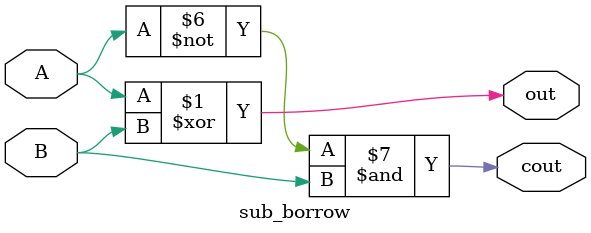
<source format=v>
`timescale 1ns / 1ps


module sub_borrow(A, B, out, cout);
    input A, B;
    output out, cout;
    
    assign out = A ^ B ^ (1'b0);
    assign cout = (~(A ^ B) & (1'b0)) | (~A & B);
endmodule

</source>
